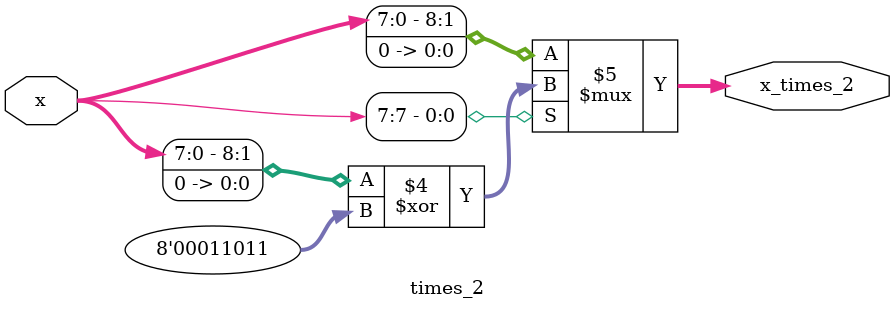
<source format=sv>
`timescale 1ns/1ps

module times_2 (
    input  logic [7:0] x,          // byte input bus
    output logic [8:0] x_times_2   // byte output bus
);

    assign x_times_2 = (x[7] == 0) ? (x << 1) : ((x << 1) ^ 8'b00011011); // try with 8'hb1 as well

endmodule
</source>
